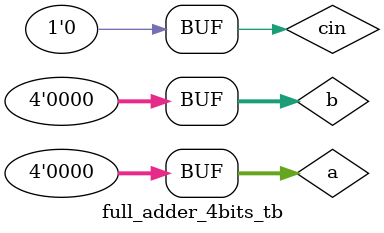
<source format=v>
module full_adder_4bits_tb;

reg [3:0] a,b;
reg cin;

wire [3:0] s;
wire cout;

full_adder_4bits fa4(s,cout,a,b,cin);

initial
$monitor("time = %d, \t a = %b, \t b = %b, \t cin = %b, \t s = %b, \t cout = %b", $time, a, b, cin, s, cout);

initial begin
    a=0; b=0; cin=0;
    repeat(16) begin
        #10 a=a+1;
        repeat(16) begin
            #10 b=b+1;
            repeat(2) 
            #10 cin=~cin;
        end
    end
end
endmodule


</source>
